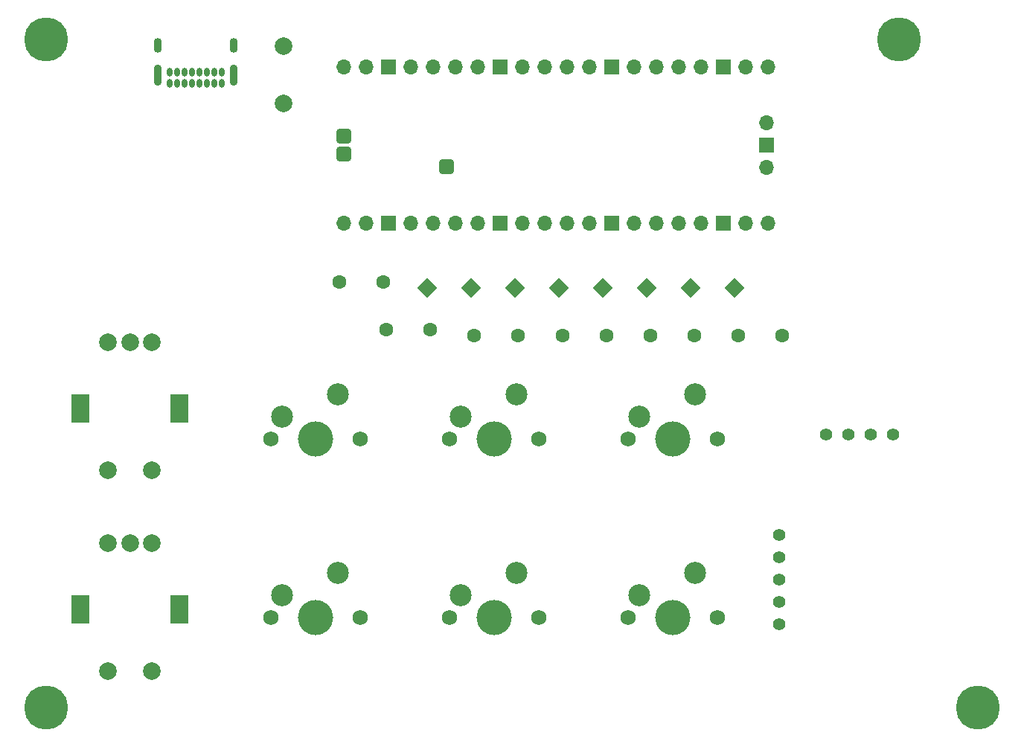
<source format=gbr>
G04 #@! TF.GenerationSoftware,KiCad,Pcbnew,(6.0.1-0)*
G04 #@! TF.CreationDate,2022-09-23T00:34:52-04:00*
G04 #@! TF.ProjectId,macro_pad_rpi_pico,6d616372-6f5f-4706-9164-5f7270695f70,rev?*
G04 #@! TF.SameCoordinates,Original*
G04 #@! TF.FileFunction,Soldermask,Bot*
G04 #@! TF.FilePolarity,Negative*
%FSLAX46Y46*%
G04 Gerber Fmt 4.6, Leading zero omitted, Abs format (unit mm)*
G04 Created by KiCad (PCBNEW (6.0.1-0)) date 2022-09-23 00:34:52*
%MOMM*%
%LPD*%
G01*
G04 APERTURE LIST*
G04 Aperture macros list*
%AMRoundRect*
0 Rectangle with rounded corners*
0 $1 Rounding radius*
0 $2 $3 $4 $5 $6 $7 $8 $9 X,Y pos of 4 corners*
0 Add a 4 corners polygon primitive as box body*
4,1,4,$2,$3,$4,$5,$6,$7,$8,$9,$2,$3,0*
0 Add four circle primitives for the rounded corners*
1,1,$1+$1,$2,$3*
1,1,$1+$1,$4,$5*
1,1,$1+$1,$6,$7*
1,1,$1+$1,$8,$9*
0 Add four rect primitives between the rounded corners*
20,1,$1+$1,$2,$3,$4,$5,0*
20,1,$1+$1,$4,$5,$6,$7,0*
20,1,$1+$1,$6,$7,$8,$9,0*
20,1,$1+$1,$8,$9,$2,$3,0*%
%AMHorizOval*
0 Thick line with rounded ends*
0 $1 width*
0 $2 $3 position (X,Y) of the first rounded end (center of the circle)*
0 $4 $5 position (X,Y) of the second rounded end (center of the circle)*
0 Add line between two ends*
20,1,$1,$2,$3,$4,$5,0*
0 Add two circle primitives to create the rounded ends*
1,1,$1,$2,$3*
1,1,$1,$4,$5*%
%AMRotRect*
0 Rectangle, with rotation*
0 The origin of the aperture is its center*
0 $1 length*
0 $2 width*
0 $3 Rotation angle, in degrees counterclockwise*
0 Add horizontal line*
21,1,$1,$2,0,0,$3*%
G04 Aperture macros list end*
%ADD10C,1.600000*%
%ADD11HorizOval,1.600000X0.000000X0.000000X0.000000X0.000000X0*%
%ADD12C,1.397000*%
%ADD13C,5.000000*%
%ADD14RotRect,1.600000X1.600000X315.000000*%
%ADD15HorizOval,1.600000X0.000000X0.000000X0.000000X0.000000X0*%
%ADD16C,1.750000*%
%ADD17C,4.000000*%
%ADD18C,2.500000*%
%ADD19O,1.700000X1.700000*%
%ADD20R,1.700000X1.700000*%
%ADD21RoundRect,0.437500X0.437500X-0.437500X0.437500X0.437500X-0.437500X0.437500X-0.437500X-0.437500X0*%
%ADD22C,2.000000*%
%ADD23O,0.650000X1.000000*%
%ADD24O,0.900000X1.700000*%
%ADD25O,0.900000X2.400000*%
%ADD26R,2.000000X3.200000*%
G04 APERTURE END LIST*
D10*
G04 #@! TO.C,R1*
X137694100Y-99000000D03*
D11*
X132305946Y-93611846D03*
G04 #@! TD*
D12*
G04 #@! TO.C,J2*
X182690000Y-111000000D03*
X185230000Y-111000000D03*
X187770000Y-111000000D03*
X190310000Y-111000000D03*
G04 #@! TD*
D13*
G04 #@! TO.C,REF3*
X200000000Y-142000000D03*
G04 #@! TD*
D14*
G04 #@! TO.C,D1*
X137305900Y-94305900D03*
D15*
X142694054Y-99694054D03*
G04 #@! TD*
D16*
G04 #@! TO.C,SW1*
X129680000Y-111450000D03*
D17*
X124600000Y-111450000D03*
D16*
X119520000Y-111450000D03*
D18*
X120790000Y-108910000D03*
X127140000Y-106370000D03*
G04 #@! TD*
D17*
G04 #@! TO.C,SW4*
X144920000Y-131770000D03*
D16*
X150000000Y-131770000D03*
X139840000Y-131770000D03*
D18*
X141110000Y-129230000D03*
X147460000Y-126690000D03*
G04 #@! TD*
D14*
G04 #@! TO.C,D5*
X157305900Y-94305900D03*
D15*
X162694054Y-99694054D03*
G04 #@! TD*
D13*
G04 #@! TO.C,REF1*
X94000000Y-66000000D03*
G04 #@! TD*
D14*
G04 #@! TO.C,D3*
X147305900Y-94305900D03*
D15*
X152694054Y-99694054D03*
G04 #@! TD*
D14*
G04 #@! TO.C,D4*
X152305900Y-94305900D03*
D15*
X157694054Y-99694054D03*
G04 #@! TD*
D16*
G04 #@! TO.C,SW2*
X129680000Y-131770000D03*
X119520000Y-131770000D03*
D17*
X124600000Y-131770000D03*
D18*
X120790000Y-129230000D03*
X127140000Y-126690000D03*
G04 #@! TD*
D19*
G04 #@! TO.C,RPI1*
X127870000Y-86890000D03*
X130410000Y-86890000D03*
D20*
X132950000Y-86890000D03*
D19*
X135490000Y-86890000D03*
X138030000Y-86890000D03*
X140570000Y-86890000D03*
X143110000Y-86890000D03*
D20*
X145650000Y-86890000D03*
D19*
X148190000Y-86890000D03*
X150730000Y-86890000D03*
X153270000Y-86890000D03*
X155810000Y-86890000D03*
D20*
X158350000Y-86890000D03*
D19*
X160890000Y-86890000D03*
X163430000Y-86890000D03*
X165970000Y-86890000D03*
X168510000Y-86890000D03*
D20*
X171050000Y-86890000D03*
D19*
X173590000Y-86890000D03*
X176130000Y-86890000D03*
X176130000Y-69110000D03*
X173590000Y-69110000D03*
D20*
X171050000Y-69110000D03*
D19*
X168510000Y-69110000D03*
X165970000Y-69110000D03*
X163430000Y-69110000D03*
X160890000Y-69110000D03*
D20*
X158350000Y-69110000D03*
D19*
X155810000Y-69110000D03*
X153270000Y-69110000D03*
X150730000Y-69110000D03*
X148190000Y-69110000D03*
D20*
X145650000Y-69110000D03*
D19*
X143110000Y-69110000D03*
X140570000Y-69110000D03*
X138030000Y-69110000D03*
X135490000Y-69110000D03*
D20*
X132950000Y-69110000D03*
D19*
X130410000Y-69110000D03*
X127870000Y-69110000D03*
X175900000Y-80540000D03*
D20*
X175900000Y-78000000D03*
D19*
X175900000Y-75460000D03*
D21*
X127875000Y-76984000D03*
X127875000Y-79016000D03*
X139500000Y-80500000D03*
G04 #@! TD*
D14*
G04 #@! TO.C,D7*
X167305900Y-94305900D03*
D15*
X172694054Y-99694054D03*
G04 #@! TD*
D22*
G04 #@! TO.C,SW-RST1*
X121000000Y-66750000D03*
X121000000Y-73250000D03*
G04 #@! TD*
D23*
G04 #@! TO.C,J1*
X113975000Y-71025000D03*
X113125000Y-71025000D03*
X112275000Y-71025000D03*
X111425000Y-71025000D03*
X110575000Y-71025000D03*
X109725000Y-71025000D03*
X108875000Y-71025000D03*
X108025000Y-71025000D03*
X108020000Y-69700000D03*
X108870000Y-69700000D03*
X109720000Y-69700000D03*
X110570000Y-69700000D03*
X111420000Y-69700000D03*
X112270000Y-69700000D03*
X113120000Y-69700000D03*
X113975000Y-69700000D03*
D24*
X115325000Y-66665000D03*
D25*
X106675000Y-70045000D03*
X115325000Y-70045000D03*
D24*
X106675000Y-66665000D03*
G04 #@! TD*
D14*
G04 #@! TO.C,D2*
X142305900Y-94305900D03*
D15*
X147694054Y-99694054D03*
G04 #@! TD*
D22*
G04 #@! TO.C,Rotary_encoder2*
X106000000Y-123360000D03*
X101000000Y-123360000D03*
X103500000Y-123360000D03*
D26*
X109100000Y-130860000D03*
X97900000Y-130860000D03*
D22*
X101000000Y-137860000D03*
X106000000Y-137860000D03*
G04 #@! TD*
D10*
G04 #@! TO.C,R2*
X132694100Y-99000000D03*
D11*
X127305946Y-93611846D03*
G04 #@! TD*
D16*
G04 #@! TO.C,SW3*
X150000000Y-111450000D03*
D17*
X144920000Y-111450000D03*
D16*
X139840000Y-111450000D03*
D18*
X141110000Y-108910000D03*
X147460000Y-106370000D03*
G04 #@! TD*
D13*
G04 #@! TO.C,REF4*
X94000000Y-142000000D03*
G04 #@! TD*
D16*
G04 #@! TO.C,SW5*
X160160000Y-111450000D03*
X170320000Y-111450000D03*
D17*
X165240000Y-111450000D03*
D18*
X161430000Y-108910000D03*
X167780000Y-106370000D03*
G04 #@! TD*
D13*
G04 #@! TO.C,REF2*
X191000000Y-66000000D03*
G04 #@! TD*
D12*
G04 #@! TO.C,J3*
X177400000Y-132580000D03*
X177400000Y-130040000D03*
X177400000Y-127500000D03*
X177400000Y-124960000D03*
X177400000Y-122420000D03*
G04 #@! TD*
D14*
G04 #@! TO.C,D6*
X162305900Y-94305900D03*
D15*
X167694054Y-99694054D03*
G04 #@! TD*
D16*
G04 #@! TO.C,SW6*
X170320000Y-131770000D03*
X160160000Y-131770000D03*
D17*
X165240000Y-131770000D03*
D18*
X161430000Y-129230000D03*
X167780000Y-126690000D03*
G04 #@! TD*
D14*
G04 #@! TO.C,D8*
X172305900Y-94305900D03*
D15*
X177694054Y-99694054D03*
G04 #@! TD*
D22*
G04 #@! TO.C,Rotary_encoder1*
X106000000Y-100500000D03*
X101000000Y-100500000D03*
X103500000Y-100500000D03*
D26*
X109100000Y-108000000D03*
X97900000Y-108000000D03*
D22*
X101000000Y-115000000D03*
X106000000Y-115000000D03*
G04 #@! TD*
M02*

</source>
